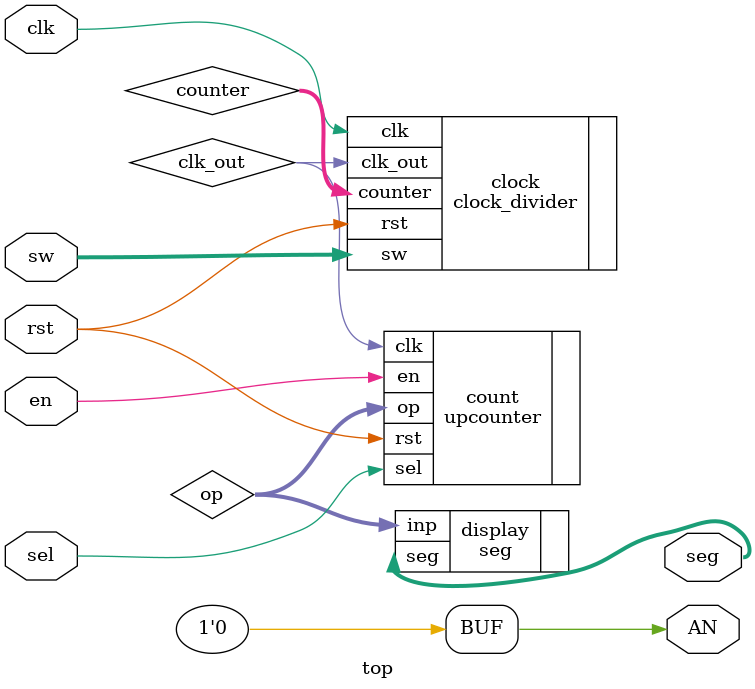
<source format=v>
`timescale 1ns / 1ps


module top(
    input clk, rst, sel, en,
    input [4:0] sw,
    output [6:0] seg,
    output AN
    );
    
    wire [3:0] op;    
    wire clk_out;
    wire [31:0] counter;
    assign AN = 0;
    
upcounter count(
    .clk(clk_out),
    .rst(rst),
    .en(en),
    .sel(sel),
    .op(op)
    );
    
clock_divider clock(
    .clk(clk),
    .rst(rst),
    .sw(sw),
    .clk_out(clk_out),
    .counter(counter)
    );
    
seg display(
    .inp(op),
    .seg(seg)
    );
    
endmodule

</source>
